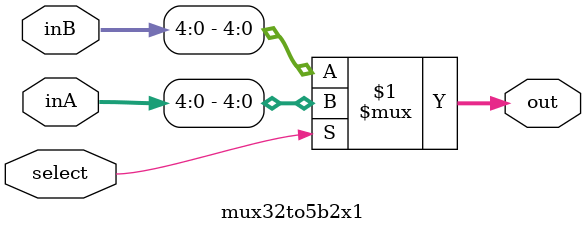
<source format=v>

module mux32to5b2x1(inA, inB, select, out);
	input [31:0]inA, inB;
	input select;
	output [4:0]out;
	
	assign out = select ? inA[4:0] : inB[4:0];
endmodule
</source>
